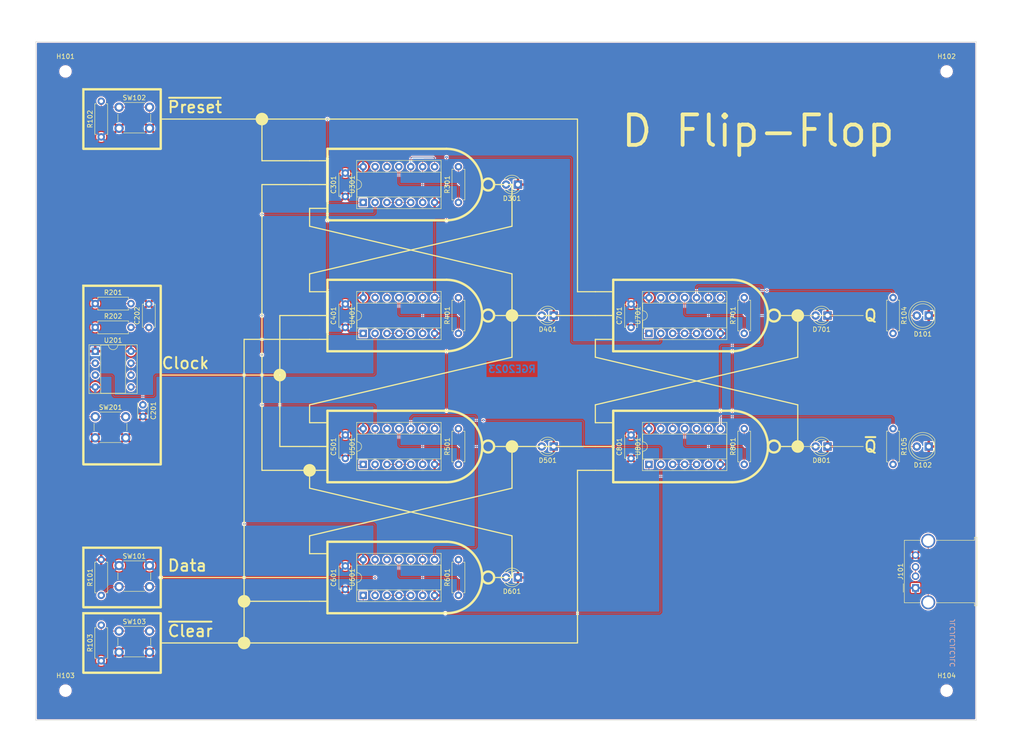
<source format=kicad_pcb>
(kicad_pcb (version 20211014) (generator pcbnew)
  (layers (0 "F.Cu" signal) (31 "B.Cu" signal) (34 "B.Paste" user) (35 "F.Paste" user) (36 "B.SilkS" user "B.Silkscreen") (37 "F.SilkS" user "F.Silkscreen") (38 "B.Mask" user) (39 "F.Mask" user) (44 "Edge.Cuts" user))
  (net 0 "")
  (net 1 "Net-(C201-Pad1)")
  (net 2 "GND")
  (net 3 "Net-(C202-Pad1)")
  (net 4 "+5V")
  (net 5 "Net-(D101-Pad2)")
  (net 6 "Net-(D102-Pad2)")
  (net 7 "Net-(D301-Pad2)")
  (net 8 "Net-(D401-Pad2)")
  (net 9 "Net-(D501-Pad2)")
  (net 10 "Net-(D601-Pad2)")
  (net 11 "Net-(D701-Pad2)")
  (net 12 "Net-(D801-Pad2)")
  (net 13 "Net-(J101-Pad2)")
  (net 14 "unconnected-(J101-Pad5)")
  (net 15 "/DATA")
  (net 16 "/~{PRESET}")
  (net 17 "/~{CLEAR}")
  (net 18 "/Q")
  (net 19 "/~{Q}")
  (net 20 "Net-(R201-Pad2)")
  (net 21 "Net-(R301-Pad1)")
  (net 22 "Net-(R401-Pad1)")
  (net 23 "Net-(R501-Pad1)")
  (net 24 "Net-(R601-Pad1)")
  (net 25 "Net-(R701-Pad1)")
  (net 26 "Net-(R801-Pad1)")
  (net 27 "/CLK")
  (net 28 "/NAND 0/B")
  (net 29 "/NAND 0/OUT")
  (net 30 "/NAND 0/C")
  (net 31 "/NAND 2/OUT")
  (net 32 "Net-(U301-Pad3)")
  (net 33 "Net-(U301-Pad12)")
  (net 34 "Net-(U401-Pad3)")
  (net 35 "Net-(U401-Pad12)")
  (net 36 "Net-(U501-Pad3)")
  (net 37 "Net-(U501-Pad12)")
  (net 38 "Net-(U601-Pad3)")
  (net 39 "Net-(U601-Pad12)")
  (net 40 "Net-(U701-Pad3)")
  (net 41 "Net-(U701-Pad12)")
  (net 42 "Net-(U801-Pad3)")
  (net 43 "Net-(U801-Pad12)")
  (footprint "LED_THT:LED_D5.0mm" (layer "F.Cu") (at 210.82 100.33 180)
    (fp_text reference "D102")
    (fp_text value "LED")
  )
  (footprint "MountingHole:MountingHole_2.2mm_M2" (layer "F.Cu") (at 214.63 20.32)
    (fp_text reference "H102")
    (fp_text value "MountingHole")
  )
  (footprint "Resistor_THT:R_Axial_DIN0207_L6.3mm_D2.5mm_P7.62mm_Horizontal" (layer "F.Cu") (at 34.29 132.08 90)
    (fp_text reference "R101")
    (fp_text value "100k")
  )
  (footprint "Resistor_THT:R_Axial_DIN0207_L6.3mm_D2.5mm_P7.62mm_Horizontal" (layer "F.Cu") (at 110.49 48.26 90)
    (fp_text reference "R301")
    (fp_text value "4k7")
  )
  (footprint "Resistor_THT:R_Axial_DIN0207_L6.3mm_D2.5mm_P7.62mm_Horizontal" (layer "F.Cu") (at 110.49 132.08 90)
    (fp_text reference "R601")
    (fp_text value "4k7")
  )
  (footprint "Package_DIP:DIP-14_W7.62mm_Socket" (layer "F.Cu") (at 90.17 132.08 90)
    (fp_text reference "U601")
    (fp_text value "74HC00")
  )
  (footprint "Capacitor_THT:C_Disc_D4.7mm_W2.5mm_P5.00mm" (layer "F.Cu") (at 86.36 46.99 90)
    (fp_text reference "C301")
    (fp_text value "100n")
  )
  (footprint "Button_Switch_THT:SW_PUSH_6mm_H4.3mm" (layer "F.Cu") (at 38.1 27.94)
    (fp_text reference "SW102")
    (fp_text value "SW_Push")
  )
  (footprint "Resistor_THT:R_Axial_DIN0207_L6.3mm_D2.5mm_P7.62mm_Horizontal" (layer "F.Cu") (at 110.49 104.14 90)
    (fp_text reference "R501")
    (fp_text value "4k7")
  )
  (footprint "Button_Switch_THT:SW_PUSH_6mm_H4.3mm" (layer "F.Cu") (at 33.02 93.98)
    (fp_text reference "SW201")
    (fp_text value "SW_Push")
  )
  (footprint "Package_DIP:DIP-14_W7.62mm_Socket" (layer "F.Cu") (at 90.17 104.14 90)
    (fp_text reference "U501")
    (fp_text value "74HC00")
  )
  (footprint "LED_THT:LED_D3.0mm" (layer "F.Cu") (at 189.23 72.39 180)
    (fp_text reference "D701")
    (fp_text value "LED")
  )
  (footprint "Resistor_THT:R_Axial_DIN0207_L6.3mm_D2.5mm_P7.62mm_Horizontal" (layer "F.Cu") (at 203.2 96.52 -90)
    (fp_text reference "R105")
    (fp_text value "4k7")
  )
  (footprint "LED_THT:LED_D3.0mm" (layer "F.Cu") (at 189.23 100.33 180)
    (fp_text reference "D801")
    (fp_text value "LED")
  )
  (footprint "Resistor_THT:R_Axial_DIN0207_L6.3mm_D2.5mm_P7.62mm_Horizontal" (layer "F.Cu") (at 33.02 69.85)
    (fp_text reference "R201")
    (fp_text value "22k")
  )
  (footprint "Resistor_THT:R_Axial_DIN0207_L6.3mm_D2.5mm_P7.62mm_Horizontal" (layer "F.Cu") (at 34.29 34.29 90)
    (fp_text reference "R102")
    (fp_text value "100k")
  )
  (footprint "Button_Switch_THT:SW_PUSH_6mm_H4.3mm" (layer "F.Cu") (at 38.1 139.7)
    (fp_text reference "SW103")
    (fp_text value "SW_Push")
  )
  (footprint "Capacitor_THT:C_Disc_D4.7mm_W2.5mm_P5.00mm" (layer "F.Cu") (at 86.36 102.87 90)
    (fp_text reference "C501")
    (fp_text value "100n")
  )
  (footprint "LED_THT:LED_D3.0mm" (layer "F.Cu") (at 130.81 100.33 180)
    (fp_text reference "D501")
    (fp_text value "LED")
  )
  (footprint "Package_DIP:DIP-14_W7.62mm_Socket" (layer "F.Cu") (at 90.17 76.2 90)
    (fp_text reference "U401")
    (fp_text value "74HC00")
  )
  (footprint "Resistor_THT:R_Axial_DIN0207_L6.3mm_D2.5mm_P7.62mm_Horizontal" (layer "F.Cu") (at 171.45 76.2 90)
    (fp_text reference "R701")
    (fp_text value "4k7")
  )
  (footprint "Capacitor_THT:C_Disc_D4.7mm_W2.5mm_P5.00mm" (layer "F.Cu") (at 86.36 130.81 90)
    (fp_text reference "C601")
    (fp_text value "100n")
  )
  (footprint "Resistor_THT:R_Axial_DIN0207_L6.3mm_D2.5mm_P7.62mm_Horizontal" (layer "F.Cu") (at 110.49 76.2 90)
    (fp_text reference "R401")
    (fp_text value "4k7")
  )
  (footprint "LED_THT:LED_D3.0mm" (layer "F.Cu") (at 130.81 72.39 180)
    (fp_text reference "D401")
    (fp_text value "LED")
  )
  (footprint "Capacitor_THT:C_Disc_D3.0mm_W2.0mm_P2.50mm" (layer "F.Cu") (at 43.18 91.44 -90)
    (fp_text reference "C201")
    (fp_text value "10nF")
  )
  (footprint "Resistor_THT:R_Axial_DIN0207_L6.3mm_D2.5mm_P7.62mm_Horizontal" (layer "F.Cu") (at 171.45 104.14 90)
    (fp_text reference "R801")
    (fp_text value "4k7")
  )
  (footprint "Button_Switch_THT:SW_PUSH_6mm_H4.3mm" (layer "F.Cu") (at 38.1 125.73)
    (fp_text reference "SW101")
    (fp_text value "SW_Push")
  )
  (footprint "Package_DIP:DIP-8_W7.62mm_Socket" (layer "F.Cu") (at 33.02 80.01)
    (fp_text reference "U201")
    (fp_text value "LM555xM")
  )
  (footprint "Capacitor_THT:C_Disc_D4.7mm_W2.5mm_P5.00mm" (layer "F.Cu") (at 44.45 74.93 90)
    (fp_text reference "C202")
    (fp_text value "0.1u")
  )
  (footprint "MountingHole:MountingHole_2.2mm_M2" (layer "F.Cu") (at 26.67 152.4)
    (fp_text reference "H103")
    (fp_text value "MountingHole")
  )
  (footprint "Resistor_THT:R_Axial_DIN0207_L6.3mm_D2.5mm_P7.62mm_Horizontal" (layer "F.Cu") (at 33.02 74.91)
    (fp_text reference "R202")
    (fp_text value "1M")
  )
  (footprint "Capacitor_THT:C_Disc_D4.7mm_W2.5mm_P5.00mm" (layer "F.Cu") (at 147.32 102.87 90)
    (fp_text reference "C801")
    (fp_text value "100n")
  )
  (footprint "Connector_USB:USB_A_Molex_67643_Horizontal" (layer "F.Cu") (at 208 130.5 90)
    (fp_text reference "J101")
    (fp_text value "USB_A")
  )
  (footprint "Resistor_THT:R_Axial_DIN0207_L6.3mm_D2.5mm_P7.62mm_Horizontal" (layer "F.Cu") (at 34.29 146.05 90)
    (fp_text reference "R103")
    (fp_text value "100k")
  )
  (footprint "MountingHole:MountingHole_2.2mm_M2" (layer "F.Cu") (at 26.67 20.32)
    (fp_text reference "H101")
    (fp_text value "MountingHole")
  )
  (footprint "LED_THT:LED_D5.0mm" (layer "F.Cu") (at 210.82 72.39 180)
    (fp_text reference "D101")
    (fp_text value "LED")
  )
  (footprint "Capacitor_THT:C_Disc_D4.7mm_W2.5mm_P5.00mm" (layer "F.Cu") (at 86.36 74.93 90)
    (fp_text reference "C401")
    (fp_text value "100n")
  )
  (footprint "Package_DIP:DIP-14_W7.62mm_Socket" (layer "F.Cu") (at 151.13 104.14 90)
    (fp_text reference "U801")
    (fp_text value "74HC00")
  )
  (footprint "Package_DIP:DIP-14_W7.62mm_Socket" (layer "F.Cu") (at 90.17 48.26 90)
    (fp_text reference "U301")
    (fp_text value "74HC00")
  )
  (footprint "Capacitor_THT:C_Disc_D4.7mm_W2.5mm_P5.00mm" (layer "F.Cu") (at 147.32 74.93 90)
    (fp_text reference "C701")
    (fp_text value "100n")
  )
  (footprint "LED_THT:LED_D3.0mm" (layer "F.Cu") (at 123.19 128.27 180)
    (fp_text reference "D601")
    (fp_text value "LED")
  )
  (footprint "Resistor_THT:R_Axial_DIN0207_L6.3mm_D2.5mm_P7.62mm_Horizontal" (layer "F.Cu") (at 203.2 68.58 -90)
    (fp_text reference "R104")
    (fp_text value "4k7")
  )
  (footprint "MountingHole:MountingHole_2.2mm_M2" (layer "F.Cu") (at 214.63 152.4)
    (fp_text reference "H104")
    (fp_text value "MountingHole")
  )
  (footprint "Package_DIP:DIP-14_W7.62mm_Socket" (layer "F.Cu") (at 151.13 76.2 90)
    (fp_text reference "U701")
    (fp_text value "74HC00")
  )
  (footprint "LED_THT:LED_D3.0mm" (layer "F.Cu") (at 123.19 44.45 180)
    (fp_text reference "D301")
    (fp_text value "LED")
  )
  (gr_line (start 121.92 53.34) (end 78.74 63.5) (layer "F.SilkS") (width 0.254))
  (gr_circle (center 116.84 100.33) (end 118.11 100.33) (layer "F.SilkS") (width 0.508) (fill none))
  (gr_line (start 82.55 36.83) (end 107.95 36.83) (layer "F.SilkS") (width 0.508))
  (gr_line (start 68.58 44.45) (end 78.74 44.45) (layer "F.SilkS") (width 0.254))
  (gr_line (start 143.51 77.47) (end 139.7 77.47) (layer "F.SilkS") (width 0.254))
  (gr_line (start 78.74 53.34) (end 121.92 63.5) (layer "F.SilkS") (width 0.254))
  (gr_circle (center 177.8 100.33) (end 179.07 100.33) (layer "F.SilkS") (width 0.508) (fill none))
  (gr_line (start 68.58 105.41) (end 68.58 44.45) (layer "F.SilkS") (width 0.254))
  (gr_arc (start 168.91 92.71) (mid 176.53 100.33) (end 168.91 107.95) (layer "F.SilkS") (width 0.508))
  (gr_line (start 139.7 95.25) (end 139.7 91.44) (layer "F.SilkS") (width 0.254))
  (gr_circle (center 64.77 142.24) (end 66.04 142.24) (layer "F.SilkS") (width 0.15) (fill solid))
  (gr_line (start 78.74 109.22) (end 121.92 119.38) (layer "F.SilkS") (width 0.254))
  (gr_line (start 46.99 30.48) (end 135.89 30.48) (layer "F.SilkS") (width 0.254))
  (gr_line (start 107.95 52.07) (end 82.55 52.07) (layer "F.SilkS") (width 0.508))
  (gr_line (start 135.89 105.41) (end 139.7 105.41) (layer "F.SilkS") (width 0.254))
  (gr_line (start 143.51 105.41) (end 139.7 105.41) (layer "F.SilkS") (width 0.254))
  (gr_line (start 179.07 72.39) (end 182.88 72.39) (layer "F.SilkS") (width 0.254))
  (gr_line (start 82.55 128.27) (end 78.74 128.27) (layer "F.SilkS") (width 0.254))
  (gr_circle (center 78.74 105.41) (end 80.01 105.41) (layer "F.SilkS") (width 0.15) (fill solid))
  (gr_rect (start 46.99 66.04) (end 30.48 104.14) (layer "F.SilkS") (width 0.508) (fill none))
  (gr_line (start 82.55 36.83) (end 82.55 52.07) (layer "F.SilkS") (width 0.508))
  (gr_line (start 139.7 81.28) (end 182.88 91.44) (layer "F.SilkS") (width 0.254))
  (gr_circle (center 177.8 72.39) (end 179.07 72.39) (layer "F.SilkS") (width 0.508) (fill none))
  (gr_line (start 182.88 81.28) (end 139.7 91.44) (layer "F.SilkS") (width 0.254))
  (gr_line (start 46.99 142.24) (end 135.89 142.24) (layer "F.SilkS") (width 0.254))
  (gr_line (start 121.92 44.45) (end 121.92 53.34) (layer "F.SilkS") (width 0.254))
  (gr_line (start 121.92 72.39) (end 121.92 81.28) (layer "F.SilkS") (width 0.254))
  (gr_line (start 78.74 133.35) (end 64.77 133.35) (layer "F.SilkS") (width 0.254))
  (gr_line (start 82.55 39.37) (end 78.74 39.37) (layer "F.SilkS") (width 0.254))
  (gr_line (start 135.89 67.31) (end 139.7 67.31) (layer "F.SilkS") (width 0.254))
  (gr_line (start 78.74 77.47) (end 64.77 77.47) (layer "F.SilkS") (width 0.254))
  (gr_line (start 82.55 64.77) (end 82.55 80.01) (layer "F.SilkS") (width 0.508))
  (gr_arc (start 107.95 64.77) (mid 115.57 72.39) (end 107.95 80.01) (layer "F.SilkS") (width 0.508))
  (gr_line (start 107.95 80.01) (end 82.55 80.01) (layer "F.SilkS") (width 0.508))
  (gr_line (start 182.88 72.39) (end 182.88 81.28) (layer "F.SilkS") (width 0.254))
  (gr_line (start 182.88 72.39) (end 196.85 72.39) (layer "F.SilkS") (width 0.15))
  (gr_circle (center 121.92 72.39) (end 123.19 72.39) (layer "F.SilkS") (width 0.15) (fill solid))
  (gr_circle (center 116.84 72.39) (end 118.11 72.39) (layer "F.SilkS") (width 0.508) (fill none))
  (gr_circle (center 116.84 128.27) (end 118.11 128.27) (layer "F.SilkS") (width 0.508) (fill none))
  (gr_line (start 179.07 100.33) (end 182.88 100.33) (layer "F.SilkS") (width 0.254))
  (gr_circle (center 182.88 72.39) (end 184.15 72.39) (layer "F.SilkS") (width 0.15) (fill solid))
  (gr_line (start 143.51 64.77) (end 168.91 64.77) (layer "F.SilkS") (width 0.508))
  (gr_arc (start 107.95 36.83) (mid 115.57 44.45) (end 107.95 52.07) (layer "F.SilkS") (width 0.508))
  (gr_line (start 82.55 64.77) (end 107.95 64.77) (layer "F.SilkS") (width 0.508))
  (gr_line (start 78.74 105.41) (end 78.74 109.22) (layer "F.SilkS") (width 0.254))
  (gr_circle (center 121.92 100.33) (end 123.19 100.33) (layer "F.SilkS") (width 0.15) (fill solid))
  (gr_line (start 78.74 123.19) (end 78.74 119.38) (layer "F.SilkS") (width 0.254))
  (gr_line (start 78.74 128.27) (end 46.99 128.27) (layer "F.SilkS") (width 0.254))
  (gr_line (start 143.51 64.77) (end 143.51 80.01) (layer "F.SilkS") (width 0.508))
  (gr_line (start 143.51 95.25) (end 139.7 95.25) (layer "F.SilkS") (width 0.254))
  (gr_line (start 82.55 67.31) (end 78.74 67.31) (layer "F.SilkS") (width 0.254))
  (gr_line (start 78.74 105.41) (end 68.58 105.41) (layer "F.SilkS") (width 0.254))
  (gr_line (start 78.74 95.25) (end 78.74 91.44) (layer "F.SilkS") (width 0.254))
  (gr_line (start 143.51 100.33) (end 139.7 100.33) (layer "F.SilkS") (width 0.254))
  (gr_line (start 82.55 72.39) (end 78.74 72.39) (layer "F.SilkS") (width 0.254))
  (gr_line (start 78.74 67.31) (end 78.74 63.5) (layer "F.SilkS") (width 0.254))
  (gr_line (start 82.55 120.65) (end 82.55 135.89) (layer "F.SilkS") (width 0.508))
  (gr_line (start 82.55 77.47) (end 78.74 77.47) (layer "F.SilkS") (width 0.254))
  (gr_line (start 82.55 133.35) (end 78.74 133.35) (layer "F.SilkS") (width 0.254))
  (gr_line (start 82.55 123.19) (end 78.74 123.19) (layer "F.SilkS") (width 0.254))
  (gr_rect (start 46.99 135.89) (end 30.48 148.59) (layer "F.SilkS") (width 0.508) (fill none))
  (gr_line (start 82.55 92.71) (end 82.55 107.95) (layer "F.SilkS") (width 0.508))
  (gr_arc (start 107.95 120.65) (mid 115.57 128.27) (end 107.95 135.89) (layer "F.SilkS") (width 0.508))
  (gr_line (start 121.92 100.33) (end 121.92 109.22) (layer "F.SilkS") (width 0.254))
  (gr_arc (start 107.95 92.71) (mid 115.57 100.33) (end 107.95 107.95) (layer "F.SilkS") (width 0.508))
  (gr_line (start 135.89 142.24) (end 135.89 105.41) (layer "F.SilkS") (width 0.254))
  (gr_line (start 182.88 100.33) (end 182.88 91.44) (layer "F.SilkS") (width 0.254))
  (gr_line (start 121.92 109.22) (end 78.74 119.38) (layer "F.SilkS") (width 0.254))
  (gr_line (start 121.92 81.28) (end 78.74 91.44) (layer "F.SilkS") (width 0.254))
  (gr_line (start 107.95 107.95) (end 82.55 107.95) (layer "F.SilkS") (width 0.508))
  (gr_line (start 121.92 128.27) (end 121.92 119.38) (layer "F.SilkS") (width 0.254))
  (gr_line (start 168.91 80.01) (end 143.51 80.01) (layer "F.SilkS") (width 0.508))
  (gr_line (start 82.55 120.65) (end 107.95 120.65) (layer "F.SilkS") (width 0.508))
  (gr_line (start 64.77 77.47) (end 64.77 142.24) (layer "F.SilkS") (width 0.254))
  (gr_line (start 143.51 67.31) (end 139.7 67.31) (layer "F.SilkS") (width 0.254))
  (gr_line (start 107.95 135.89) (end 82.55 135.89) (layer "F.SilkS") (width 0.508))
  (gr_rect (start 46.99 24.13) (end 30.48 36.83) (layer "F.SilkS") (width 0.508) (fill none))
  (gr_line (start 182.88 100.33) (end 196.85 100.33) (layer "F.SilkS") (width 0.15))
  (gr_circle (center 68.58 30.48) (end 69.85 30.48) (layer "F.SilkS") (width 0.15) (fill solid))
  (gr_line (start 143.51 92.71) (end 168.91 92.71) (layer "F.SilkS") (width 0.508))
  (gr_line (start 121.92 72.39) (end 121.92 63.5) (layer "F.SilkS") (width 0.254))
  (gr_line (start 121.92 72.39) (end 139.7 72.39) (layer "F.SilkS") (width 0.254))
  (gr_line (start 78.74 39.37) (end 68.58 39.37) (layer "F.SilkS") (width 0.254))
  (gr_line (start 118.11 100.33) (end 121.92 100.33) (layer "F.SilkS") (width 0.254))
  (gr_circle (center 116.84 44.45) (end 118.11 44.45) (layer "F.SilkS") (width 0.508) (fill none))
  (gr_line (start 78.74 100.33) (end 72.39 100.33) (layer "F.SilkS") (width 0.254))
  (gr_line (start 135.89 30.48) (end 135.89 67.31) (layer "F.SilkS") (width 0.254))
  (gr_line (start 143.51 92.71) (end 143.51 107.95) (layer "F.SilkS") (width 0.508))
  (gr_line (start 82.55 95.25) (end 78.74 95.25) (layer "F.SilkS") (width 0.254))
  (gr_line (start 72.39 85.09) (end 46.99 85.09) (layer "F.SilkS") (width 0.254))
  (gr_line (start 139.7 77.47) (end 139.7 81.28) (layer "F.SilkS") (width 0.254))
  (gr_circle (center 72.39 85.09) (end 73.66 85.09) (layer "F.SilkS") (width 0.15) (fill solid))
  (gr_line (start 118.11 44.45) (end 121.92 44.45) (layer "F.SilkS") (width 0.254))
  (gr_arc (start 168.91 64.77) (mid 176.53 72.39) (end 168.91 80.01) (layer "F.SilkS") (width 0.508))
  (gr_circle (center 64.77 133.35) (end 66.04 133.35) (layer "F.SilkS") (width 0.15) (fill solid))
  (gr_line (start 82.55 44.45) (end 78.74 44.45) (layer "F.SilkS") (width 0.254))
  (gr_line (start 72.39 100.33) (end 72.39 72.39) (layer "F.SilkS") (width 0.254))
  (gr_line (start 72.39 72.39) (end 78.74 72.39) (layer "F.SilkS") (width 0.254))
  (gr_line (start 118.11 72.39) (end 121.92 72.39) (layer "F.SilkS") (width 0.254))
  (gr_line (start 143.51 72.39) (end 139.7 72.39) (layer "F.SilkS") (width 0.254))
  (gr_line (start 68.58 39.37) (end 68.58 30.48) (layer "F.SilkS") (width 0.254))
  (gr_rect (start 46.99 121.92) (end 30.48 134.62) (layer "F.SilkS") (width 0.508) (fill none))
  (gr_circle (center 182.88 100.33) (end 184.15 100.33) (layer "F.SilkS") (width 0.15) (fill solid))
  (gr_line (start 82.55 92.71) (end 107.95 92.71) (layer "F.SilkS") (width 0.508))
  (gr_line (start 168.91 107.95) (end 143.51 107.95) (layer "F.SilkS") (width 0.508))
  (gr_line (start 82.55 105.41) (end 78.74 105.41) (layer "F.SilkS") (width 0.254))
  (gr_line (start 82.55 49.53) (end 78.74 49.53) (layer "F.SilkS") (width 0.254))
  (gr_line (start 118.11 128.27) (end 121.92 128.27) (layer "F.SilkS") (width 0.254))
  (gr_line (start 78.74 49.53) (end 78.74 53.34) (layer "F.SilkS") (width 0.254))
  (gr_line (start 82.55 100.33) (end 78.74 100.33) (layer "F.SilkS") (width 0.254))
  (gr_line (start 121.92 100.33) (end 139.7 100.33) (layer "F.SilkS") (width 0.254))
  (gr_rect (start 20.32 13.97) (end 220.98 158.75) (layer "Edge.Cuts") (width 0.1) (fill none))
  (gr_text "RGE2023" (at 121.92 83.82) (layer "B.Cu") (effects (font (size 1.5 1.5) (thickness 0.3)) (justify mirror)))
  (gr_text "JLCJLCJLCJLC" (at 215.9 142.24 90) (layer "B.SilkS") (effects (font (size 1 1)) (justify mirror)))
  (gr_text "~{Clear}" (at 48.26 139.7) (layer "F.SilkS") (effects (font (size 2.4384 2.4384) (thickness 0.4064)) (justify left)))
  (gr_text "D Flip-Flop" (at 144.78 33.02) (layer "F.SilkS") (effects (font (size 6.5024 6.5024) (thickness 0.8128)) (justify left)))
  (gr_text "Clock" (at 46.99 82.55) (layer "F.SilkS") (effects (font (size 2.4384 2.4384) (thickness 0.4064)) (justify left)))
  (gr_text "Q" (at 196.85 72.39) (layer "F.SilkS") (effects (font (size 2.4384 2.4384) (thickness 0.4064)) (justify left)))
  (gr_text "~{Preset}" (at 48.26 27.94) (layer "F.SilkS") (effects (font (size 2.4384 2.4384) (thickness 0.4064)) (justify left)))
  (gr_text "~{Q}" (at 196.85 100.33) (layer "F.SilkS") (effects (font (size 2.4384 2.4384) (thickness 0.4064)) (justify left)))
  (gr_text "Data" (at 48.26 125.73) (layer "F.SilkS") (effects (font (size 2.4384 2.4384) (thickness 0.4064)) (justify left)))
  (segment (start 42.926 87.63) (end 43.18 87.884) (width 0.127) (layer "F.Cu") (net 1))
  (segment (start 43.18 87.884) (end 43.18 91.44) (width 0.127) (layer "F.Cu") (net 1))
  (segment (start 40.64 87.63) (end 42.926 87.63) (width 0.127) (layer "F.Cu") (net 1))
  (segment (start 40.66 74.93) (end 40.64 74.91) (width 0.127) (layer "F.Cu") (net 3))
  (segment (start 40.64 82.55) (end 44.196 82.55) (width 0.127) (layer "F.Cu") (net 3))
  (segment (start 44.196 82.55) (end 44.45 82.296) (width 0.127) (layer "F.Cu") (net 3))
  (segment (start 40.64 85.09) (end 40.64 82.55) (width 0.127) (layer "F.Cu") (net 3))
  (segment (start 44.45 74.93) (end 40.66 74.93) (width 0.127) (layer "F.Cu") (net 3))
  (segment (start 44.45 82.296) (end 44.45 74.93) (width 0.127) (layer "F.Cu") (net 3))
  (segment (start 203.2 72.644) (end 203.454 72.39) (width 0.127) (layer "F.Cu") (net 5))
  (segment (start 203.454 72.39) (end 208.28 72.39) (width 0.127) (layer "F.Cu") (net 5))
  (segment (start 203.2 76.2) (end 203.2 72.644) (width 0.127) (layer "F.Cu") (net 5))
  (segment (start 203.2 104.14) (end 203.2 100.584) (width 0.127) (layer "F.Cu") (net 6))
  (segment (start 203.454 100.33) (end 208.28 100.33) (width 0.127) (layer "F.Cu") (net 6))
  (segment (start 203.2 100.584) (end 203.454 100.33) (width 0.127) (layer "F.Cu") (net 6))
  (segment (start 110.49 40.64) (end 110.49 44.196) (width 0.127) (layer "F.Cu") (net 7))
  (segment (start 110.49 44.196) (end 110.744 44.45) (width 0.127) (layer "F.Cu") (net 7))
  (segment (start 110.744 44.45) (end 120.65 44.45) (width 0.127) (layer "F.Cu") (net 7))
  (segment (start 110.49 68.58) (end 110.49 72.136) (width 0.127) (layer "F.Cu") (net 8))
  (segment (start 110.49 72.136) (end 110.744 72.39) (width 0.127) (layer "F.Cu") (net 8))
  (segment (start 110.744 72.39) (end 128.27 72.39) (width 0.127) (layer "F.Cu") (net 8))
  (segment (start 110.49 96.52) (end 110.49 100.076) (width 0.127) (layer "F.Cu") (net 9))
  (segment (start 110.49 100.076) (end 110.744 100.33) (width 0.127) (layer "F.Cu") (net 9))
  (segment (start 110.744 100.33) (end 128.27 100.33) (width 0.127) (layer "F.Cu") (net 9))
  (segment (start 110.744 128.27) (end 120.65 128.27) (width 0.127) (layer "F.Cu") (net 10))
  (segment (start 110.49 128.016) (end 110.744 128.27) (width 0.127) (layer "F.Cu") (net 10))
  (segment (start 110.49 124.46) (end 110.49 128.016) (width 0.127) (layer "F.Cu") (net 10))
  (segment (start 171.704 72.39) (end 186.69 72.39) (width 0.127) (layer "F.Cu") (net 11))
  (segment (start 171.45 68.58) (end 171.45 72.136) (width 0.127) (layer "F.Cu") (net 11))
  (segment (start 171.45 72.136) (end 171.704 72.39) (width 0.127) (layer "F.Cu") (net 11))
  (segment (start 171.704 100.33) (end 186.69 100.33) (width 0.127) (layer "F.Cu") (net 12))
  (segment (start 171.45 100.076) (end 171.704 100.33) (width 0.127) (layer "F.Cu") (net 12))
  (segment (start 171.45 96.52) (end 171.45 100.076) (width 0.127) (layer "F.Cu") (net 12))
  (segment (start 208 128) (end 208 126) (width 0.127) (layer "F.Cu") (net 13))
  (segment (start 210.71 133.57) (end 210.71 120.43) (width 0.127) (layer "F.Cu") (net 14))
  (segment (start 46.99 129.794) (end 46.99 128.524) (width 0.127) (layer "F.Cu") (net 15))
  (segment (start 46.554 130.23) (end 46.99 129.794) (width 0.127) (layer "F.Cu") (net 15))
  (segment (start 46.99 128.524) (end 46.99 128.27) (width 0.127) (layer "F.Cu") (net 15))
  (segment (start 92.71 128.524) (end 92.71 132.08) (width 0.127) (layer "F.Cu") (net 15))
  (segment (start 44.6 130.23) (end 46.554 130.23) (width 0.127) (layer "F.Cu") (net 15))
  (segment (start 92.71 128.524) (end 92.71 128.27) (width 0.127) (layer "F.Cu") (net 15))
  (segment (start 44.6 130.23) (end 38.1 130.23) (width 0.127) (layer "F.Cu") (net 15))
  (via (at 46.99 128.27) (size 0.499999) (drill 0.20066) (layers "F.Cu" "B.Cu") (net 15))
  (via (at 92.71 128.27) (size 0.499999) (drill 0.20066) (layers "F.Cu" "B.Cu") (net 15))
  (segment (start 38.1 130.23) (end 36.14 130.23) (width 0.127) (layer "B.Cu") (net 15))
  (segment (start 46.99 128.27) (end 92.71 128.27) (width 0.127) (layer "B.Cu") (net 15))
  (segment (start 36.14 130.23) (end 34.29 132.08) (width 0.127) (layer "B.Cu") (net 15))
  (segment (start 135.89 30.734) (end 135.89 75.946) (width 0.127) (layer "F.Cu") (net 16))
  (segment (start 34.29 27.686) (end 34.544 27.94) (width 0.127) (layer "F.Cu") (net 16))
  (segment (start 34.544 27.94) (end 38.1 27.94) (width 0.127) (layer "F.Cu") (net 16))
  (segment (start 136.144 76.2) (end 151.13 76.2) (width 0.127) (layer "F.Cu") (net 16))
  (segment (start 44.6 27.94) (end 44.6 30.122) (width 0.127) (layer "F.Cu") (net 16))
  (segment (start 44.958 30.48) (end 82.55 30.48) (width 0.127) (layer "F.Cu") (net 16))
  (segment (start 38.1 27.94) (end 44.6 27.94) (width 0.127) (layer "F.Cu") (net 16))
  (segment (start 135.89 75.946) (end 136.144 76.2) (width 0.127) (layer "F.Cu") (net 16))
  (segment (start 34.29 26.67) (end 34.29 27.686) (width 0.127) (layer "F.Cu") (net 16))
  (segment (start 44.6 30.122) (end 44.958 30.48) (width 0.127) (layer "F.Cu") (net 16))
  (segment (start 82.55 30.48) (end 135.636 30.48) (width 0.127) (layer "F.Cu") (net 16))
  (segment (start 135.636 30.48) (end 135.89 30.734) (width 0.127) (layer "F.Cu") (net 16))
  (via (at 82.55 30.48) (size 0.499999) (drill 0.20066) (layers "F.Cu" "B.Cu") (net 16))
  (segment (start 82.804 48.26) (end 90.17 48.26) (width 0.127) (layer "B.Cu") (net 16))
  (segment (start 82.55 48.006) (end 82.804 48.26) (width 0.127) (layer "B.Cu") (net 16))
  (segment (start 82.55 30.48) (end 82.55 48.006) (width 0.127) (layer "B.Cu") (net 16))
  (segment (start 92.964 70.358) (end 100.076 70.358) (width 0.127) (layer "F.Cu") (net 17))
  (segment (start 92.71 125.984) (end 92.964 126.238) (width 0.127) (layer "F.Cu") (net 17))
  (segment (start 47.244 142.24) (end 64.77 142.24) (width 0.127) (layer "F.Cu") (net 17))
  (segment (start 92.71 70.104) (end 92.964 70.358) (width 0.127) (layer "F.Cu") (net 17))
  (segment (start 82.296 77.47) (end 82.55 77.216) (width 0.127) (layer "F.Cu") (net 17))
  (segment (start 153.67 98.044) (end 153.924 98.298) (width 0.127) (layer "F.Cu") (net 17))
  (segment (start 34.29 139.446) (end 34.544 139.7) (width 0.127) (layer "F.Cu") (net 17))
  (segment (start 92.71 67.31) (end 92.71 68.58) (width 0.127) (layer "F.Cu") (net 17))
  (segment (start 153.924 98.298) (end 161.036 98.298) (width 0.127) (layer "F.Cu") (net 17))
  (segment (start 161.036 98.298) (end 161.29 98.044) (width 0.127) (layer "F.Cu") (net 17))
  (segment (start 92.456 67.056) (end 92.71 67.31) (width 0.127) (layer "F.Cu") (net 17))
  (segment (start 92.71 124.46) (end 92.71 125.984) (width 0.127) (layer "F.Cu") (net 17))
  (segment (start 34.544 139.7) (end 38.1 139.7) (width 0.127) (layer "F.Cu") (net 17))
  (segment (start 100.076 70.358) (end 100.33 70.104) (width 0.127) (layer "F.Cu") (net 17))
  (segment (start 135.89 105.664) (end 136.144 105.41) (width 0.127) (layer "F.Cu") (net 17))
  (segment (start 153.67 96.52) (end 153.67 98.044) (width 0.127) (layer "F.Cu") (net 17))
  (segment (start 38.1 139.7) (end 44.6 139.7) (width 0.127) (layer "F.Cu") (net 17))
  (segment (start 46.736 139.7) (end 46.99 139.954) (width 0.127) (layer "F.Cu") (net 17))
  (segment (start 44.6 139.7) (end 46.736 139.7) (width 0.127) (layer "F.Cu") (net 17))
  (segment (start 65.024 77.47) (end 82.296 77.47) (width 0.127) (layer "F.Cu") (net 17))
  (segment (start 64.77 77.724) (end 65.024 77.47) (width 0.127) (layer "F.Cu") (net 17))
  (segment (start 153.416 92.71) (end 153.67 92.964) (width 0.127) (layer "F.Cu") (net 17))
  (segment (start 161.29 98.044) (end 161.29 96.52) (width 0.127) (layer "F.Cu") (net 17))
  (segment (start 82.55 67.31) (end 82.804 67.056) (width 0.127) (layer "F.Cu") (net 17))
  (segment (start 135.636 142.24) (end 135.89 141.986) (width 0.127) (layer "F.Cu") (net 17))
  (segment (start 153.67 92.964) (end 153.67 96.52) (width 0.127) (layer "F.Cu") (net 17))
  (segment (start 100.33 125.984) (end 100.33 124.46) (width 0.127) (layer "F.Cu") (net 17))
  (segment (start 135.89 141.986) (end 135.89 105.664) (width 0.127) (layer "F.Cu") (net 17))
  (segment (start 136.144 105.41) (end 143.256 105.41) (width 0.127) (layer "F.Cu") (net 17))
  (segment (start 92.964 126.238) (end 100.076 126.238) (width 0.127) (layer "F.Cu") (net 17))
  (segment (start 143.256 105.41) (end 143.51 105.156) (width 0.127) (layer "F.Cu") (net 17))
  (segment (start 34.29 138.43) (end 34.29 139.446) (width 0.127) (layer "F.Cu") (net 17))
  (segment (start 64.77 142.24) (end 64.77 116.84) (width 0.127) (layer "F.Cu") (net 17))
  (segment (start 46.99 141.986) (end 47.244 142.24) (width 0.127) (layer "F.Cu") (net 17))
  (segment (start 82.804 67.056) (end 92.456 67.056) (width 0.127) (layer "F.Cu") (net 17))
  (segment (start 143.51 105.156) (end 143.51 92.964) (width 0.127) (layer "F.Cu") (net 17))
  (segment (start 92.71 68.58) (end 92.71 70.104) (width 0.127) (layer "F.Cu") (net 17))
  (segment (start 143.764 92.71) (end 153.416 92.71) (width 0.127) (layer "F.Cu") (net 17))
  (segment (start 100.076 126.238) (end 100.33 125.984) (width 0.127) (layer "F.Cu") (net 17))
  (segment (start 46.99 139.954) (end 46.99 141.986) (width 0.127) (layer "F.Cu") (net 17))
  (segment (start 64.77 142.24) (end 135.636 142.24) (width 0.127) (layer "F.Cu") (net 17))
  (segment (start 82.55 77.216) (end 82.55 67.31) (width 0.127) (layer "F.Cu") (net 17))
  (segment (start 143.51 92.964) (end 143.764 92.71) (width 0.127) (layer "F.Cu") (net 17))
  (segment (start 64.77 116.84) (end 64.77 77.724) (width 0.127) (layer "F.Cu") (net 17))
  (segment (start 100.33 70.104) (end 100.33 68.58) (width 0.127) (layer "F.Cu") (net 17))
  (via (at 64.77 116.84) (size 0.499999) (drill 0.20066) (layers "F.Cu" "B.Cu") (net 17))
  (segment (start 92.71 117.094) (end 92.456 116.84) (width 0.127) (layer "B.Cu") (net 17))
  (segment (start 92.71 124.46) (end 92.71 117.094) (width 0.127) (layer "B.Cu") (net 17))
  (segment (start 92.456 116.84) (end 72.39 116.84) (width 0.127) (layer "B.Cu") (net 17))
  (segment (start 64.77 116.84) (end 72.39 116.84) (width 0.127) (layer "B.Cu") (net 17))
  (segment (start 168.656 68.58) (end 168.91 68.834) (width 0.127) (layer "F.Cu") (net 18))
  (segment (start 168.91 68.834) (end 168.91 80.01) (width 0.127) (layer "F.Cu") (net 18))
  (segment (start 151.13 106.426) (end 151.13 104.14) (width 0.127) (layer "F.Cu") (net 18))
  (segment (start 166.37 67.31) (end 166.624 67.056) (width 0.127) (layer "F.Cu") (net 18))
  (segment (start 168.656 106.68) (end 151.384 106.68) (width 0.127) (layer "F.Cu") (net 18))
  (segment (start 168.91 92.71) (end 168.91 106.426) (width 0.127) (layer "F.Cu") (net 18))
  (segment (start 151.384 106.68) (end 151.13 106.426) (width 0.127) (layer "F.Cu") (net 18))
  (segment (start 166.37 68.58) (end 166.37 67.31) (width 0.127) (layer "F.Cu") (net 18))
  (segment (start 166.37 68.58) (end 168.656 68.58) (width 0.127) (layer "F.Cu") (net 18))
  (segment (start 168.91 106.426) (end 168.656 106.68) (width 0.127) (layer "F.Cu") (net 18))
  (segment (start 166.624 67.056) (end 176.276 67.056) (width 0.127) (layer "F.Cu") (net 18))
  (via (at 176.276 67.056) (size 0.499999) (drill 0.20066) (layers "F.Cu" "B.Cu") (net 18))
  (via (at 168.91 92.71) (size 0.499999) (drill 0.20066) (layers "F.Cu" "B.Cu") (net 18))
  (via (at 168.91 80.01) (size 0.499999) (drill 0.20066) (layers "F.Cu" "B.Cu") (net 18))
  (segment (start 203.2 67.31) (end 203.2 68.58) (width 0.127) (layer "B.Cu") (net 18))
  (segment (start 176.276 67.056) (end 202.946 67.056) (width 0.127) (layer "B.Cu") (net 18))
  (segment (start 168.91 80.01) (end 168.91 92.71) (width 0.127) (layer "B.Cu") (net 18))
  (segment (start 202.946 67.056) (end 203.2 67.31) (width 0.127) (layer "B.Cu") (net 18))
  (segment (start 153.67 70.104) (end 153.67 68.58) (width 0.127) (layer "F.Cu") (net 19))
  (segment (start 161.036 70.358) (end 153.924 70.358) (width 0.127) (layer "F.Cu") (net 19))
  (segment (start 161.29 70.104) (end 161.036 70.358) (width 0.127) (layer "F.Cu") (net 19))
  (segment (start 161.29 68.58) (end 161.29 70.104) (width 0.127) (layer "F.Cu") (net 19))
  (segment (start 153.924 70.358) (end 153.67 70.104) (width 0.127) (layer "F.Cu") (net 19))
  (segment (start 166.37 96.52) (end 166.37 92.71) (width 0.127) (layer "F.Cu") (net 19))
  (via (at 166.37 92.71) (size 0.499999) (drill 0.20066) (layers "F.Cu" "B.Cu") (net 19))
  (segment (start 166.37 96.52) (end 166.37 94.234) (width 0.127) (layer "B.Cu") (net 19))
  (segment (start 202.946 93.98) (end 203.2 94.234) (width 0.127) (layer "B.Cu") (net 19))
  (segment (start 175.006 78.74) (end 175.26 78.486) (width 0.127) (layer "B.Cu") (net 19))
  (segment (start 166.624 78.74) (end 175.006 78.74) (width 0.127) (layer "B.Cu") (net 19))
  (segment (start 166.624 93.98) (end 202.946 93.98) (width 0.127) (layer "B.Cu") (net 19))
  (segment (start 161.544 66.04) (end 161.29 66.294) (width 0.127) (layer "B.Cu") (net 19))
  (segment (start 166.37 78.994) (end 166.624 78.74) (width 0.127) (layer "B.Cu") (net 19))
  (segment (start 161.29 66.294) (end 161.29 68.58) (width 0.127) (layer "B.Cu") (net 19))
  (segment (start 203.2 94.234) (end 203.2 96.52) (width 0.127) (layer "B.Cu") (net 19))
  (segment (start 175.26 78.486) (end 175.26 66.294) (width 0.127) (layer "B.Cu") (net 19))
  (segment (start 175.26 66.294) (end 175.006 66.04) (width 0.127) (layer "B.Cu") (net 19))
  (segment (start 166.37 92.71) (end 166.37 78.994) (width 0.127) (layer "B.Cu") (net 19))
  (segment (start 175.006 66.04) (end 161.544 66.04) (width 0.127) (layer "B.Cu") (net 19))
  (segment (start 166.37 94.234) (end 166.624 93.98) (width 0.127) (layer "B.Cu") (net 19))
  (segment (start 39.52 93.98) (end 33.02 93.98) (width 0.127) (layer "F.Cu") (net 20))
  (segment (start 33.02 93.98) (end 31.496 93.98) (width 0.127) (layer "F.Cu") (net 20))
  (segment (start 31.242 82.804) (end 31.496 82.55) (width 0.127) (layer "F.Cu") (net 20))
  (segment (start 31.496 82.55) (end 33.02 82.55) (width 0.127) (layer "F.Cu") (net 20))
  (segment (start 31.496 93.98) (end 31.242 93.726) (width 0.127) (layer "F.Cu") (net 20))
  (segment (start 36.83 82.296) (end 36.83 70.104) (width 0.127) (layer "F.Cu") (net 20))
  (segment (start 31.242 93.726) (end 31.242 82.804) (width 0.127) (layer "F.Cu") (net 20))
  (segment (start 37.084 69.85) (end 40.64 69.85) (width 0.127) (layer "F.Cu") (net 20))
  (segment (start 36.83 70.104) (end 37.084 69.85) (width 0.127) (layer "F.Cu") (net 20))
  (segment (start 33.02 82.55) (end 36.576 82.55) (width 0.127) (layer "F.Cu") (net 20))
  (segment (start 36.576 82.55) (end 36.83 82.296) (width 0.127) (layer "F.Cu") (net 20))
  (segment (start 98.044 44.45) (end 97.79 44.196) (width 0.127) (layer "B.Cu") (net 21))
  (segment (start 110.236 44.45) (end 98.044 44.45) (width 0.127) (layer "B.Cu") (net 21))
  (segment (start 110.49 44.704) (end 110.236 44.45) (width 0.127) (layer "B.Cu") (net 21))
  (segment (start 97.79 44.196) (end 97.79 40.64) (width 0.127) (layer "B.Cu") (net 21))
  (segment (start 110.49 48.26) (end 110.49 44.704) (width 0.127) (layer "B.Cu") (net 21))
  (segment (start 110.49 76.2) (end 110.49 72.644) (width 0.127) (layer "B.Cu") (net 22))
  (segment (start 110.49 72.644) (end 110.236 72.39) (width 0.127) (layer "B.Cu") (net 22))
  (segment (start 98.044 72.39) (end 97.79 72.136) (width 0.127) (layer "B.Cu") (net 22))
  (segment (start 97.79 72.136) (end 97.79 68.58) (width 0.127) (layer "B.Cu") (net 22))
  (segment (start 110.236 72.39) (end 98.044 72.39) (width 0.127) (layer "B.Cu") (net 22))
  (segment (start 97.79 100.076) (end 97.79 96.52) (width 0.127) (layer "B.Cu") (net 23))
  (segment (start 110.49 100.584) (end 110.236 100.33) (width 0.127) (layer "B.Cu") (net 23))
  (segment (start 98.044 100.33) (end 97.79 100.076) (width 0.127) (layer "B.Cu") (net 23))
  (segment (start 110.236 100.33) (end 98.044 100.33) (width 0.127) (layer "B.Cu") (net 23))
  (segment (start 110.49 104.14) (end 110.49 100.584) (width 0.127) (layer "B.Cu") (net 23))
  (segment (start 110.49 128.524) (end 110.236 128.27) (width 0.127) (layer "B.Cu") (net 24))
  (segment (start 110.49 132.08) (end 110.49 128.524) (width 0.127) (layer "B.Cu") (net 24))
  (segment (start 97.79 128.016) (end 97.79 124.46) (width 0.127) (layer "B.Cu") (net 24))
  (segment (start 98.044 128.27) (end 97.79 128.016) (width 0.127) (layer "B.Cu") (net 24))
  (segment (start 110.236 128.27) (end 98.044 128.27) (width 0.127) (layer "B.Cu") (net 24))
  (segment (start 171.45 76.2) (end 171.45 72.644) (width 0.127) (layer "B.Cu") (net 25))
  (segment (start 171.45 72.644) (end 171.196 72.39) (width 0.127) (layer "B.Cu") (net 25))
  (segment (start 158.75 72.136) (end 158.75 68.58) (width 0.127) (layer "B.Cu") (net 25))
  (segment (start 171.196 72.39) (end 159.004 72.39) (width 0.127) (layer "B.Cu") (net 25))
  (segment (start 159.004 72.39) (end 158.75 72.136) (width 0.127) (layer "B.Cu") (net 25))
  (segment (start 171.45 104.14) (end 171.45 100.584) (width 0.127) (layer "B.Cu") (net 26))
  (segment (start 171.45 100.584) (end 171.196 100.33) (width 0.127) (layer "B.Cu") (net 26))
  (segment (start 171.196 100.33) (end 159.004 100.33) (width 0.127) (layer "B.Cu") (net 26))
  (segment (start 159.004 100.33) (end 158.75 100.076) (width 0.127) (layer "B.Cu") (net 26))
  (segment (start 158.75 100.076) (end 158.75 96.52) (width 0.127) (layer "B.Cu") (net 26))
  (segment (start 82.042 107.696) (end 81.788 107.442) (width 0.127) (layer "F.Cu") (net 27))
  (segment (start 81.788 107.442) (end 81.788 100.584) (width 0.127) (layer "F.Cu") (net 27))
  (segment (start 92.456 107.95) (end 82.296 107.95) (width 0.127) (layer "F.Cu") (net 27))
  (segment (start 82.296 107.95) (end 82.042 107.696) (width 0.127) (layer "F.Cu") (net 27))
  (segment (start 81.534 100.33) (end 72.644 100.33) (width 0.127) (layer "F.Cu") (net 27))
  (segment (start 72.39 85.09) (end 72.39 100.076) (width 0.127) (layer "F.Cu") (net 27))
  (segment (start 92.71 104.14) (end 92.71 107.442) (width 0.127) (layer "F.Cu") (net 27))
  (segment (start 81.788 100.584) (end 81.534 100.33) (width 0.127) (layer "F.Cu") (net 27))
  (segment (start 92.71 107.442) (end 92.71 107.696) (width 0.127) (layer "F.Cu") (net 27))
  (segment (start 72.644 100.33) (end 72.39 100.076) (width 0.127) (layer "F.Cu") (net 27))
  (segment (start 92.71 107.696) (end 92.456 107.95) (width 0.127) (layer "F.Cu") (net 27))
  (via (at 72.39 85.09) (size 0.499999) (drill 0.20066) (layers "F.Cu" "B.Cu") (net 27))
  (segment (start 45.466 89.662) (end 37.084 89.662) (width 0.127) (layer "B.Cu") (net 27))
  (segment (start 36.83 89.408) (end 36.83 85.344) (width 0.127) (layer "B.Cu") (net 27))
  (segment (start 74.422 85.09) (end 72.39 85.09) (width 0.127) (layer "B.Cu") (net 27))
  (segment (start 36.576 85.09) (end 33.02 85.09) (width 0.127) (layer "B.Cu") (net 27))
  (segment (start 74.422 85.09) (end 92.456 85.09) (width 0.127) (layer "B.Cu") (net 27))
  (segment (start 37.084 89.662) (end 36.83 89.408) (width 0.127) (layer "B.Cu") (net 27))
  (segment (start 92.71 84.836) (end 92.71 76.2) (width 0.127) (layer "B.Cu") (net 27))
  (segment (start 45.72 85.344) (end 45.72 89.408) (width 0.127) (layer "B.Cu") (net 27))
  (segment (start 45.72 89.408) (end 45.466 89.662) (width 0.127) (layer "B.Cu") (net 27))
  (segment (start 92.456 85.09) (end 92.71 84.836) (width 0.127) (layer "B.Cu") (net 27))
  (segment (start 72.39 85.09) (end 45.974 85.09) (width 0.127) (layer "B.Cu") (net 27))
  (segment (start 36.83 85.344) (end 36.576 85.09) (width 0.127) (layer "B.Cu") (net 27))
  (segment (start 45.974 85.09) (end 45.72 85.344) (width 0.127) (layer "B.Cu") (net 27))
  (segment (start 68.58 50.8) (end 68.58 72.39) (width 0.127) (layer "F.Cu") (net 28))
  (segment (start 100.076 98.298) (end 100.33 98.044) (width 0.127) (layer "F.Cu") (net 28))
  (segment (start 92.71 98.044) (end 92.964 98.298) (width 0.127) (layer "F.Cu") (net 28))
  (segment (start 92.71 96.52) (end 92.71 98.044) (width 0.127) (layer "F.Cu") (net 28))
  (segment (start 68.58 91.44) (end 68.58 80.772) (width 0.127) (layer "F.Cu") (net 28))
  (segment (start 100.33 98.044) (end 100.33 96.52) (width 0.127) (layer "F.Cu") (net 28))
  (segment (start 92.964 98.298) (end 100.076 98.298) (width 0.127) (layer "F.Cu") (net 28))
  (via (at 68.58 72.39) (size 0.499999) (drill 0.20066) (layers "F.Cu" "B.Cu") (net 28))
  (via (at 68.58 80.772) (size 0.499999) (drill 0.20066) (layers "F.Cu" "B.Cu") (net 28))
  (via (at 68.58 91.44) (size 0.499999) (drill 0.20066) (layers "F.Cu" "B.Cu") (net 28))
  (via (at 68.58 50.8) (size 0.499999) (drill 0.20066) (layers "F.Cu" "B.Cu") (net 28))
  (segment (start 114.046 93.726) (end 114.3 93.98) (width 0.127) (layer "B.Cu") (net 28))
  (segment (start 92.71 94.234) (end 92.71 91.694) (width 0.127) (layer "B.Cu") (net 28))
  (segment (start 100.33 94.234) (end 100.838 93.726) (width 0.127) (layer "B.Cu") (net 28))
  (segment (start 92.456 50.8) (end 68.58 50.8) (width 0.127) (layer "B.Cu") (net 28))
  (segment (start 105.664 121.92) (end 105.41 122.174) (width 0.127) (layer "B.Cu") (net 28))
  (segment (start 100.838 93.726) (end 114.046 93.726) (width 0.127) (layer "B.Cu") (net 28))
  (segment (start 114.3 93.98) (end 114.3 121.666) (width 0.127) (layer "B.Cu") (net 28))
  (segment (start 114.046 121.92) (end 105.664 121.92) (width 0.127) (layer "B.Cu") (net 28))
  (segment (start 83.82 91.44) (end 68.58 91.44) (width 0.127) (layer "B.Cu") (net 28))
  (segment (start 114.3 121.666) (end 114.046 121.92) (width 0.127) (layer "B.Cu") (net 28))
  (segment (start 92.71 94.234) (end 92.71 96.52) (width 0.127) (layer "B.Cu") (net 28))
  (segment (start 105.41 122.174) (end 105.41 124.46) (width 0.127) (layer "B.Cu") (net 28))
  (segment (start 92.71 91.694) (end 92.456 91.44) (width 0.127) (layer "B.Cu") (net 28))
  (segment (start 92.71 48.26) (end 92.71 50.546) (width 0.127) (layer "B.Cu") (net 28))
  (segment (start 92.456 91.44) (end 83.82 91.44) (width 0.127) (layer "B.Cu") (net 28))
  (segment (start 100.33 96.52) (end 100.33 94.234) (width 0.127) (layer "B.Cu") (net 28))
  (segment (start 68.58 72.39) (end 68.58 80.772) (width 0.127) (layer "B.Cu") (net 28))
  (segment (start 92.71 50.546) (end 92.456 50.8) (width 0.127) (layer "B.Cu") (net 28))
  (segment (start 105.41 40.64) (end 105.41 38.862) (width 0.127) (layer "F.Cu") (net 29))
  (segment (start 105.41 38.862) (end 105.156 38.608) (width 0.127) (layer "F.Cu") (net 29))
  (segment (start 82.55 38.862) (end 82.55 52.07) (width 0.127) (layer "F.Cu") (net 29))
  (segment (start 105.156 38.608) (end 82.804 38.608) (width 0.127) (layer "F.Cu") (net 29))
  (segment (start 82.804 38.608) (end 82.55 38.862) (width 0.127) (layer "F.Cu") (net 29))
  (via (at 82.55 52.07) (size 0.499999) (drill 0.20066) (layers "F.Cu" "B.Cu") (net 29))
  (segment (start 82.804 76.2) (end 90.17 76.2) (width 0.127) (layer "B.Cu") (net 29))
  (segment (start 82.55 75.946) (end 82.804 76.2) (width 0.127) (layer "B.Cu") (net 29))
  (segment (start 82.55 52.07) (end 82.55 75.946) (width 0.127) (layer "B.Cu") (net 29))
  (segment (start 82.804 104.14) (end 82.55 103.886) (width 0.127) (layer "F.Cu") (net 30))
  (segment (start 107.95 68.834) (end 107.696 68.58) (width 0.127) (layer "F.Cu") (net 30))
  (segment (start 107.95 80.01) (end 107.95 68.834) (width 0.127) (layer "F.Cu") (net 30))
  (segment (start 107.95 38.608) (end 107.95 52.07) (width 0.127) (layer "F.Cu") (net 30))
  (segment (start 82.55 92.964) (end 82.804 92.71) (width 0.127) (layer "F.Cu") (net 30))
  (segment (start 90.17 104.14) (end 82.804 104.14) (width 0.127) (layer "F.Cu") (net 30))
  (segment (start 100.076 42.418) (end 100.33 42.164) (width 0.127) (layer "F.Cu") (net 30))
  (segment (start 92.71 40.64) (end 92.71 42.164) (width 0.127) (layer "F.Cu") (net 30))
  (segment (start 82.804 92.71) (end 107.95 92.71) (width 0.127) (layer "F.Cu") (net 30))
  (segment (start 92.964 42.418) (end 100.076 42.418) (width 0.127) (layer "F.Cu") (net 30))
  (segment (start 92.71 42.164) (end 92.964 42.418) (width 0.127) (layer "F.Cu") (net 30))
  (segment (start 107.696 68.58) (end 105.41 68.58) (width 0.127) (layer "F.Cu") (net 30))
  (segment (start 82.55 103.886) (end 82.55 92.964) (width 0.127) (layer "F.Cu") (net 30))
  (segment (start 100.33 42.164) (end 100.33 40.64) (width 0.127) (layer "F.Cu") (net 30))
  (via (at 107.95 38.608) (size 0.499999) (drill 0.20066) (layers "F.Cu" "B.Cu") (net 30))
  (via (at 107.95 92.71) (size 0.499999) (drill 0.20066) (layers "F.Cu" "B.Cu") (net 30))
  (via (at 107.95 52.07) (size 0.499999) (drill 0.20066) (layers "F.Cu" "B.Cu") (net 30))
  (via (at 107.95 80.01) (size 0.499999) (drill 0.20066) (layers "F.Cu" "B.Cu") (net 30))
  (segment (start 153.67 77.978) (end 153.67 76.2) (width 0.127) (layer "B.Cu") (net 30))
  (segment (start 100.33 40.64) (end 100.33 38.862) (width 0.127) (layer "B.Cu") (net 30))
  (segment (start 105.41 52.324) (end 105.664 52.07) (width 0.127) (layer "B.Cu") (net 30))
  (segment (start 134.62 77.978) (end 134.874 78.232) (width 0.127) (layer "B.Cu") (net 30))
  (segment (start 134.62 38.862) (end 134.62 77.978) (width 0.127) (layer "B.Cu") (net 30))
  (segment (start 105.41 68.58) (end 105.41 52.324) (width 0.127) (layer "B.Cu") (net 30))
  (segment (start 107.95 38.608) (end 134.366 38.608) (width 0.127) (layer "B.Cu") (net 30))
  (segment (start 153.416 78.232) (end 153.67 77.978) (width 0.127) (layer "B.Cu") (net 30))
  (segment (start 105.664 52.07) (end 107.95 52.07) (width 0.127) (layer "B.Cu") (net 30))
  (segment (start 100.33 38.862) (end 100.584 38.608) (width 0.127) (layer "B.Cu") (net 30))
  (segment (start 134.874 78.232) (end 153.416 78.232) (width 0.127) (layer "B.Cu") (net 30))
  (segment (start 100.584 38.608) (end 107.95 38.608) (width 0.127) (layer "B.Cu") (net 30))
  (segment (start 107.95 92.71) (end 107.95 80.01) (width 0.127) (layer "B.Cu") (net 30))
  (segment (start 134.366 38.608) (end 134.62 38.862) (width 0.127) (layer "B.Cu") (net 30))
  (segment (start 90.17 132.08) (end 90.17 135.636) (width 0.127) (layer "F.Cu") (net 31))
  (segment (start 105.41 96.52) (end 105.41 94.996) (width 0.127) (layer "F.Cu") (net 31))
  (segment (start 105.41 94.996) (end 105.664 94.742) (width 0.127) (layer "F.Cu") (net 31))
  (segment (start 90.17 135.636) (end 90.424 135.89) (width 0.127) (layer "F.Cu") (net 31))
  (segment (start 105.664 94.742) (end 115.824 94.742) (width 0.127) (layer "F.Cu") (net 31))
  (segment (start 90.424 135.89) (end 107.696 135.89) (width 0.127) (layer "F.Cu") (net 31))
  (via (at 107.696 135.89) (size 0.499999) (drill 0.20066) (layers "F.Cu" "B.Cu") (net 31))
  (via (at 115.824 94.742) (size 0.499999) (drill 0.20066) (layers "F.Cu" "B.Cu") (net 31))
  (segment (start 137.414 100.33) (end 137.16 100.076) (width 0.127) (layer "B.Cu") (net 31))
  (segment (start 153.416 135.89) (end 153.67 135.636) (width 0.127) (layer "B.Cu") (net 31))
  (segment (start 107.696 135.89) (end 153.416 135.89) (width 0.127) (layer "B.Cu") (net 31))
  (segment (start 153.67 100.584) (end 153.416 100.33) (width 0.127) (layer "B.Cu") (net 31))
  (segment (start 153.67 104.14) (end 153.67 100.584) (width 0.127) (layer "B.Cu") (net 31))
  (segment (start 137.16 100.076) (end 137.16 94.996) (width 0.127) (layer "B.Cu") (net 31))
  (segment (start 137.16 94.996) (end 136.906 94.742) (width 0.127) (layer "B.Cu") (net 31))
  (segment (start 136.906 94.742) (end 115.824 94.742) (width 0.127) (layer "B.Cu") (net 31))
  (segment (start 153.416 100.33) (end 137.414 100.33) (width 0.127) (layer "B.Cu") (net 31))
  (segment (start 153.67 135.636) (end 153.67 104.14) (width 0.127) (layer "B.Cu") (net 31))
  (segment (start 95.25 48.26) (end 97.79 48.26) (width 0.127) (layer "F.Cu") (net 32))
  (segment (start 97.79 48.26) (end 100.33 48.26) (width 0.127) (layer "F.Cu") (net 32))
  (segment (start 102.87 39.37) (end 102.87 40.64) (width 0.127) (layer "F.Cu") (net 33))
  (segment (start 102.87 48.26) (end 102.87 40.64) (width 0.127) (layer "F.Cu") (net 33))
  (segment (start 95.25 40.64) (end 95.25 39.37) (width 0.127) (layer "F.Cu") (net 33))
  (segment (start 102.616 39.116) (end 102.87 39.37) (width 0.127) (layer "F.Cu") (net 33))
  (segment (start 95.25 39.37) (end 95.504 39.116) (width 0.127) (layer "F.Cu") (net 33))
  (segment (start 95.504 39.116) (end 102.616 39.116) (width 0.127) (layer "F.Cu") (net 33))
  (segment (start 95.25 76.2) (end 97.79 76.2) (width 0.127) (layer "F.Cu") (net 34))
  (segment (start 97.79 76.2) (end 100.33 76.2) (width 0.127) (layer "F.Cu") (net 34))
  (segment (start 95.25 68.58) (end 95.25 67.31) (width 0.127) (layer "F.Cu") (net 35))
  (segment (start 95.25 67.31) (end 95.504 67.056) (width 0.127) (layer "F.Cu") (net 35))
  (segment (start 102.616 67.056) (end 102.87 67.31) (width 0.127) (layer "F.Cu") (net 35))
  (segment (start 102.87 68.58) (end 102.87 76.2) (width 0.127) (layer "F.Cu") (net 35))
  (segment (start 95.504 67.056) (end 102.616 67.056) (width 0.127) (layer "F.Cu") (net 35))
  (segment (start 102.87 67.31) (end 102.87 68.58) (width 0.127) (layer "F.Cu") (net 35))
  (segment (start 97.79 104.14) (end 100.33 104.14) (width 0.127) (layer "F.Cu") (net 36))
  (segment (start 95.25 104.14) (end 97.79 104.14) (width 0.127) (layer "F.Cu") (net 36))
  (segment (start 102.87 96.52) (end 102.87 104.14) (width 0.127) (layer "F.Cu") (net 37))
  (segment (start 102.87 95.25) (end 102.87 96.52) (width 0.127) (layer "F.Cu") (net 37))
  (segment (start 95.25 95.25) (end 95.504 94.996) (width 0.127) (layer "F.Cu") (net 37))
  (segment (start 95.504 94.996) (end 102.616 94.996) (width 0.127) (layer "F.Cu") (net 37))
  (segment (start 95.25 96.52) (end 95.25 95.25) (width 0.127) (layer "F.Cu") (net 37))
  (segment (start 102.616 94.996) (end 102.87 95.25) (width 0.127) (layer "F.Cu") (net 37))
  (segment (start 95.25 132.08) (end 97.79 132.08) (width 0.127) (layer "F.Cu") (net 38))
  (segment (start 97.79 132.08) (end 100.33 132.08) (width 0.127) (layer "F.Cu") (net 38))
  (segment (start 95.504 122.936) (end 95.25 123.19) (width 0.127) (layer "F.Cu") (net 39))
  (segment (start 102.616 122.936) (end 95.504 122.936) (width 0.127) (layer "F.Cu") (net 39))
  (segment (start 102.87 124.46) (end 102.87 123.19) (width 0.127) (layer "F.Cu") (net 39))
  (segment (start 95.25 123.19) (end 95.25 124.46) (width 0.127) (layer "F.Cu") (net 39))
  (segment (start 102.87 123.19) (end 102.616 122.936) (width 0.127) (layer "F.Cu") (net 39))
  (segment (start 102.87 132.08) (end 102.87 124.46) (width 0.127) (layer "F.Cu") (net 39))
  (segment (start 156.21 76.2) (end 158.75 76.2) (width 0.127) (layer "F.Cu") (net 40))
  (segment (start 158.75 76.2) (end 161.29 76.2) (width 0.127) (layer "F.Cu") (net 40))
  (segment (start 163.83 76.2) (end 163.83 68.58) (width 0.127) (layer "F.Cu") (net 41))
  (segment (start 156.464 67.056) (end 156.21 67.31) (width 0.127) (layer "F.Cu") (net 41))
  (segment (start 163.83 68.58) (end 163.83 67.31) (width 0.127) (layer "F.Cu") (net 41))
  (segment (start 163.83 67.31) (end 163.576 67.056) (width 0.127) (layer "F.Cu") (net 41))
  (segment (start 163.576 67.056) (end 156.464 67.056) (width 0.127) (layer "F.Cu") (net 41))
  (segment (start 156.21 67.31) (end 156.21 68.58) (width 0.127) (layer "F.Cu") (net 41))
  (segment (start 158.75 104.14) (end 161.29 104.14) (width 0.127) (layer "F.Cu") (net 42))
  (segment (start 156.21 104.14) (end 158.75 104.14) (width 0.127) (layer "F.Cu") (net 42))
  (segment (start 163.83 95.25) (end 163.576 94.996) (width 0.127) (layer "F.Cu") (net 43))
  (segment (start 156.21 95.25) (end 156.21 96.52) (width 0.127) (layer "F.Cu") (net 43))
  (segment (start 163.83 104.14) (end 163.83 96.52) (width 0.127) (layer "F.Cu") (net 43))
  (segment (start 156.464 94.996) (end 156.21 95.25) (width 0.127) (layer "F.Cu") (net 43))
  (segment (start 163.576 94.996) (end 156.464 94.996) (width 0.127) (layer "F.Cu") (net 43))
  (segment (start 163.83 96.52) (end 163.83 95.25) (width 0.127) (layer "F.Cu") (net 43))
  (zone (net 2) (net_name "GND") (layer "F.Cu") (connect_pads (clearance 0.254)) (min_thickness 0.254) (fill yes (thermal_gap 0.508) (thermal_bridge_width 0.508))
    (polygon (pts (xy 231.14 165.1) (xy 12.7 165.1) (xy 12.7 5.08) (xy 231.14 5.08)))
  )
  (zone (net 4) (net_name "+5V") (layer "B.Cu") (connect_pads (clearance 0.254)) (min_thickness 0.254) (fill yes (thermal_gap 0.508) (thermal_bridge_width 0.508))
    (polygon (pts (xy 228.6 162.56) (xy 15.24 162.56) (xy 15.24 7.62) (xy 228.6 7.62)))
  )
)
</source>
